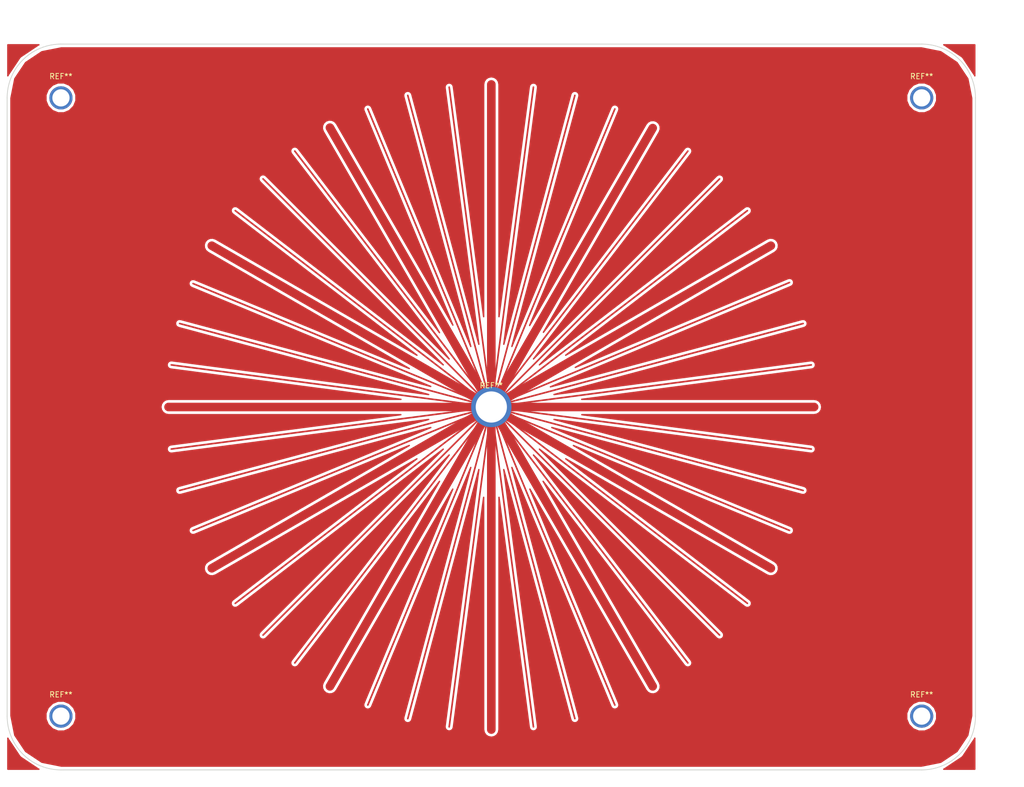
<source format=kicad_pcb>
(kicad_pcb (version 4) (host pcbnew 4.0.7)

  (general
    (links 0)
    (no_connects 0)
    (area 16.65995 13.08 210.154286 159.453884)
    (thickness 1.6)
    (drawings 22)
    (tracks 48)
    (zones 0)
    (modules 5)
    (nets 1)
  )

  (page A4)
  (layers
    (0 F.Cu signal)
    (31 B.Cu signal)
    (32 B.Adhes user hide)
    (33 F.Adhes user hide)
    (34 B.Paste user hide)
    (35 F.Paste user hide)
    (36 B.SilkS user hide)
    (37 F.SilkS user hide)
    (38 B.Mask user)
    (39 F.Mask user)
    (40 Dwgs.User user hide)
    (41 Cmts.User user)
    (42 Eco1.User user hide)
    (43 Eco2.User user hide)
    (44 Edge.Cuts user)
    (45 Margin user hide)
    (46 B.CrtYd user hide)
    (47 F.CrtYd user hide)
    (48 B.Fab user hide)
    (49 F.Fab user hide)
  )

  (setup
    (last_trace_width 0.8)
    (trace_clearance 0.2)
    (zone_clearance 0.5)
    (zone_45_only no)
    (trace_min 0.2)
    (segment_width 0.2)
    (edge_width 0.15)
    (via_size 0.6)
    (via_drill 0.4)
    (via_min_size 0.4)
    (via_min_drill 0.3)
    (uvia_size 0.3)
    (uvia_drill 0.1)
    (uvias_allowed no)
    (uvia_min_size 0.2)
    (uvia_min_drill 0.1)
    (pcb_text_width 0.3)
    (pcb_text_size 1.5 1.5)
    (mod_edge_width 0.15)
    (mod_text_size 1 1)
    (mod_text_width 0.15)
    (pad_size 7.5 7.5)
    (pad_drill 5.8)
    (pad_to_mask_clearance 0.2)
    (aux_axis_origin 11.94754 12.28044)
    (grid_origin 11.94754 12.28044)
    (visible_elements FFFFFF7F)
    (pcbplotparams
      (layerselection 0x01030_80000001)
      (usegerberextensions false)
      (excludeedgelayer true)
      (linewidth 0.100000)
      (plotframeref false)
      (viasonmask false)
      (mode 1)
      (useauxorigin false)
      (hpglpennumber 1)
      (hpglpenspeed 20)
      (hpglpendiameter 15)
      (hpglpenoverlay 2)
      (psnegative false)
      (psa4output false)
      (plotreference true)
      (plotvalue true)
      (plotinvisibletext false)
      (padsonsilk false)
      (subtractmaskfromsilk false)
      (outputformat 1)
      (mirror false)
      (drillshape 0)
      (scaleselection 1)
      (outputdirectory ""))
  )

  (net 0 "")

  (net_class Default "This is the default net class."
    (clearance 0.2)
    (trace_width 0.8)
    (via_dia 0.6)
    (via_drill 0.4)
    (uvia_dia 0.3)
    (uvia_drill 0.1)
  )

  (module Mounting_Holes:MountingHole_3mm (layer F.Cu) (tedit 5C7187B3) (tstamp 5C79AE58)
    (at 107.94 86.78)
    (descr "Mounting Hole 3mm, no annular")
    (tags "mounting hole 3mm no annular")
    (fp_text reference REF** (at 0 -4) (layer F.SilkS)
      (effects (font (size 1 1) (thickness 0.15)))
    )
    (fp_text value MountingHole_3mm (at 0 4) (layer F.Fab)
      (effects (font (size 1 1) (thickness 0.15)))
    )
    (fp_circle (center 0 0) (end 3 0) (layer Cmts.User) (width 0.15))
    (fp_circle (center 0 0) (end 3.25 0) (layer F.CrtYd) (width 0.05))
    (pad 1 thru_hole circle (at 0 0) (size 7.5 7.5) (drill 5.8) (layers *.Cu *.Mask))
  )

  (module Mounting_Holes:MountingHole_3mm (layer F.Cu) (tedit 5C718693) (tstamp 5C79A857)
    (at 27.94 29.28)
    (descr "Mounting Hole 3mm, no annular")
    (tags "mounting hole 3mm no annular")
    (fp_text reference REF** (at 0 -4) (layer F.SilkS)
      (effects (font (size 1 1) (thickness 0.15)))
    )
    (fp_text value MountingHole_3mm (at 0 4) (layer F.Fab)
      (effects (font (size 1 1) (thickness 0.15)))
    )
    (fp_circle (center 0 0) (end 3 0) (layer Cmts.User) (width 0.15))
    (fp_circle (center 0 0) (end 3.25 0) (layer F.CrtYd) (width 0.05))
    (pad 1 thru_hole circle (at 0 0) (size 4.3 4.3) (drill 3.2) (layers *.Cu *.Mask))
  )

  (module Mounting_Holes:MountingHole_3mm (layer F.Cu) (tedit 5C718705) (tstamp 5C79A85D)
    (at 27.94 144.28)
    (descr "Mounting Hole 3mm, no annular")
    (tags "mounting hole 3mm no annular")
    (fp_text reference REF** (at 0 -4) (layer F.SilkS)
      (effects (font (size 1 1) (thickness 0.15)))
    )
    (fp_text value MountingHole_3mm (at 0 4) (layer F.Fab)
      (effects (font (size 1 1) (thickness 0.15)))
    )
    (fp_circle (center 0 0) (end 3 0) (layer Cmts.User) (width 0.15))
    (fp_circle (center 0 0) (end 3.25 0) (layer F.CrtYd) (width 0.05))
    (pad 1 thru_hole circle (at 0 0) (size 4.3 4.3) (drill 3.2) (layers *.Cu *.Mask))
  )

  (module Mounting_Holes:MountingHole_3mm (layer F.Cu) (tedit 5C71823E) (tstamp 5C79A850)
    (at 187.94 144.28)
    (descr "Mounting Hole 3mm, no annular")
    (tags "mounting hole 3mm no annular")
    (fp_text reference REF** (at 0 -4) (layer F.SilkS)
      (effects (font (size 1 1) (thickness 0.15)))
    )
    (fp_text value MountingHole_3mm (at 0 4) (layer F.Fab)
      (effects (font (size 1 1) (thickness 0.15)))
    )
    (fp_circle (center 0 0) (end 3 0) (layer Cmts.User) (width 0.15))
    (fp_circle (center 0 0) (end 3.25 0) (layer F.CrtYd) (width 0.05))
    (pad 1 thru_hole circle (at 0 0) (size 4.3 4.3) (drill 3.2) (layers *.Cu *.Mask))
  )

  (module Mounting_Holes:MountingHole_3mm (layer F.Cu) (tedit 5C71823E) (tstamp 5C79A83B)
    (at 187.94 29.28)
    (descr "Mounting Hole 3mm, no annular")
    (tags "mounting hole 3mm no annular")
    (fp_text reference REF** (at 0 -4) (layer F.SilkS)
      (effects (font (size 1 1) (thickness 0.15)))
    )
    (fp_text value MountingHole_3mm (at 0 4) (layer F.Fab)
      (effects (font (size 1 1) (thickness 0.15)))
    )
    (fp_circle (center 0 0) (end 3 0) (layer Cmts.User) (width 0.15))
    (fp_circle (center 0 0) (end 3.25 0) (layer F.CrtYd) (width 0.05))
    (pad 1 thru_hole circle (at 0 0) (size 4.3 4.3) (drill 3.2) (layers *.Cu *.Mask))
  )

  (dimension 9 (width 0.3) (layer Cmts.User)
    (gr_text "9.000 mm" (at 22.445663 158.103883) (layer Cmts.User) (tstamp 5C79AC67)
      (effects (font (size 1.5 1.5) (thickness 0.3)))
    )
    (feature1 (pts (xy 26.945663 154.353883) (xy 26.945663 159.453883)))
    (feature2 (pts (xy 17.945663 154.353883) (xy 17.945663 159.453883)))
    (crossbar (pts (xy 17.945663 156.753883) (xy 26.945663 156.753883)))
    (arrow1a (pts (xy 26.945663 156.753883) (xy 25.819159 157.340304)))
    (arrow1b (pts (xy 26.945663 156.753883) (xy 25.819159 156.167462)))
    (arrow2a (pts (xy 17.945663 156.753883) (xy 19.072167 157.340304)))
    (arrow2b (pts (xy 17.945663 156.753883) (xy 19.072167 156.167462)))
  )
  (gr_arc (start 107.94 86.78) (end 107.94 36.78) (angle 60) (layer Cmts.User) (width 0.2))
  (gr_arc (start 107.94 86.78) (end 107.94 31.78) (angle 30) (layer Cmts.User) (width 0.2))
  (gr_circle (center 107.94 86.78) (end 167.94 86.78) (layer Cmts.User) (width 0.2))
  (dimension 67.5 (width 0.3) (layer Cmts.User)
    (gr_text "67.500 mm" (at 200.44 53.03 270) (layer Cmts.User) (tstamp 5C79AC33)
      (effects (font (size 1.5 1.5) (thickness 0.3)))
    )
    (feature1 (pts (xy 200.44 86.78) (xy 200.44 86.78)))
    (feature2 (pts (xy 200.44 19.28) (xy 200.44 19.28)))
    (crossbar (pts (xy 200.44 19.28) (xy 200.44 86.78)))
    (arrow1a (pts (xy 200.44 86.78) (xy 199.853579 85.653496)))
    (arrow1b (pts (xy 200.44 86.78) (xy 201.026421 85.653496)))
    (arrow2a (pts (xy 200.44 19.28) (xy 199.853579 20.406504)))
    (arrow2b (pts (xy 200.44 19.28) (xy 201.026421 20.406504)))
  )
  (gr_line (start 107.94 86.78) (end 197.94 86.78) (layer Cmts.User) (width 0.2))
  (gr_line (start 107.94 19.28) (end 107.94 86.78) (layer Cmts.User) (width 0.2))
  (dimension 90 (width 0.3) (layer Cmts.User)
    (gr_text "90.000 mm" (at 62.94 16.78) (layer Cmts.User) (tstamp 5C79AC2D)
      (effects (font (size 1.5 1.5) (thickness 0.3)))
    )
    (feature1 (pts (xy 107.94 16.78) (xy 107.94 16.78)))
    (feature2 (pts (xy 17.94 16.78) (xy 17.94 16.78)))
    (crossbar (pts (xy 17.94 16.78) (xy 107.94 16.78)))
    (arrow1a (pts (xy 107.94 16.78) (xy 106.813496 17.366421)))
    (arrow1b (pts (xy 107.94 16.78) (xy 106.813496 16.193579)))
    (arrow2a (pts (xy 17.94 16.78) (xy 19.066504 17.366421)))
    (arrow2b (pts (xy 17.94 16.78) (xy 19.066504 16.193579)))
  )
  (gr_arc (start 27.94 144.28) (end 27.94 154.28) (angle 90) (layer Edge.Cuts) (width 0.15))
  (gr_arc (start 187.94 144.28) (end 197.94 144.28) (angle 90) (layer Edge.Cuts) (width 0.15))
  (gr_arc (start 187.94 29.28) (end 187.94 19.28) (angle 90) (layer Edge.Cuts) (width 0.15))
  (gr_arc (start 27.94 29.28) (end 17.94 29.28) (angle 90) (layer Edge.Cuts) (width 0.15))
  (gr_line (start 17.94 29.28) (end 17.94 144.28) (layer Edge.Cuts) (width 0.15))
  (gr_line (start 187.94 154.28) (end 27.94 154.28) (layer Edge.Cuts) (width 0.15))
  (gr_line (start 197.94 29.28) (end 197.94 144.28) (layer Edge.Cuts) (width 0.15))
  (gr_line (start 27.94 19.28) (end 187.94 19.28) (layer Edge.Cuts) (width 0.15))
  (gr_line (start 17.94 154.28) (end 17.94 19.28) (layer Cmts.User) (width 0.2))
  (gr_line (start 197.94 154.28) (end 17.94 154.28) (layer Cmts.User) (width 0.2))
  (gr_line (start 197.94 19.28) (end 197.94 154.28) (layer Cmts.User) (width 0.2))
  (dimension 135 (width 0.3) (layer Cmts.User)
    (gr_text "135.000 mm" (at 202.94 86.78 270) (layer Cmts.User) (tstamp 5C79AC2F)
      (effects (font (size 1.5 1.5) (thickness 0.3)))
    )
    (feature1 (pts (xy 202.94 154.28) (xy 202.94 154.28)))
    (feature2 (pts (xy 202.94 19.28) (xy 202.94 19.28)))
    (crossbar (pts (xy 202.94 19.28) (xy 202.94 154.28)))
    (arrow1a (pts (xy 202.94 154.28) (xy 202.353579 153.153496)))
    (arrow1b (pts (xy 202.94 154.28) (xy 203.526421 153.153496)))
    (arrow2a (pts (xy 202.94 19.28) (xy 202.353579 20.406504)))
    (arrow2b (pts (xy 202.94 19.28) (xy 203.526421 20.406504)))
  )
  (dimension 180 (width 0.3) (layer Cmts.User)
    (gr_text "180.000 mm" (at 107.94 14.28) (layer Cmts.User) (tstamp 5C79AC3B)
      (effects (font (size 1.5 1.5) (thickness 0.3)))
    )
    (feature1 (pts (xy 197.94 14.28) (xy 197.94 14.28)))
    (feature2 (pts (xy 17.94 14.28) (xy 17.94 14.28)))
    (crossbar (pts (xy 17.94 14.28) (xy 197.94 14.28)))
    (arrow1a (pts (xy 197.94 14.28) (xy 196.813496 14.866421)))
    (arrow1b (pts (xy 197.94 14.28) (xy 196.813496 13.693579)))
    (arrow2a (pts (xy 17.94 14.28) (xy 19.066504 14.866421)))
    (arrow2b (pts (xy 17.94 14.28) (xy 19.066504 13.693579)))
  )
  (gr_line (start 17.94 19.28) (end 197.94 19.28) (layer Cmts.User) (width 0.2))

  (segment (start 107.94 86.78) (end 100.11 27.29) (width 0.3) (layer F.Cu) (net 0) (tstamp 5C79AF15))
  (segment (start 107.94 86.78) (end 100.11 146.27) (width 0.3) (layer F.Cu) (net 0) (tstamp 5C79AF13))
  (segment (start 107.94 86.78) (end 115.77 146.27) (width 0.3) (layer F.Cu) (net 0) (tstamp 5C79AF11))
  (segment (start 107.94 86.77044) (end 92.41 28.82) (width 0.3) (layer F.Cu) (net 0) (tstamp 5C79AF0C))
  (segment (start 107.94 86.77044) (end 92.41 144.74) (width 0.3) (layer F.Cu) (net 0) (tstamp 5C79AF0A))
  (segment (start 107.94 86.77044) (end 123.47 144.74) (width 0.3) (layer F.Cu) (net 0) (tstamp 5C79AF08))
  (segment (start 107.94 86.77044) (end 84.98 31.35) (width 0.3) (layer F.Cu) (net 0) (tstamp 5C79AF04))
  (segment (start 107.94 86.77044) (end 84.98 142.21) (width 0.3) (layer F.Cu) (net 0) (tstamp 5C79AF02))
  (segment (start 107.94 86.77044) (end 130.9 142.21) (width 0.3) (layer F.Cu) (net 0) (tstamp 5C79AF00))
  (segment (start 107.94 86.78) (end 65.51 44.35) (width 0.3) (layer F.Cu) (net 0) (tstamp 5C79AEFC))
  (segment (start 107.94 86.78) (end 65.51 129.2) (width 0.3) (layer F.Cu) (net 0) (tstamp 5C79AEFA))
  (segment (start 107.94 86.78) (end 150.37 129.2) (width 0.3) (layer F.Cu) (net 0) (tstamp 5C79AEF8))
  (segment (start 107.94 86.78) (end 71.41 39.18) (width 0.3) (layer F.Cu) (net 0) (tstamp 5C79AEF3))
  (segment (start 107.94 86.78) (end 71.41 134.38) (width 0.3) (layer F.Cu) (net 0) (tstamp 5C79AEEE))
  (segment (start 107.94 86.78) (end 144.47 134.38) (width 0.3) (layer F.Cu) (net 0) (tstamp 5C79AEEC))
  (segment (start 107.94 86.78) (end 60.34 50.25) (width 0.3) (layer F.Cu) (net 0) (tstamp 5C79AEE5))
  (segment (start 107.94 86.78) (end 60.34 123.3) (width 0.3) (layer F.Cu) (net 0) (tstamp 5C79AEDD))
  (segment (start 107.94 86.78) (end 155.54 123.3) (width 0.3) (layer F.Cu) (net 0) (tstamp 5C79AEDB))
  (segment (start 107.94 86.78) (end 52.5 63.82) (width 0.3) (layer F.Cu) (net 0) (tstamp 5C79AED7))
  (segment (start 107.94 86.78) (end 52.5 109.74) (width 0.3) (layer F.Cu) (net 0) (tstamp 5C79AED5))
  (segment (start 107.94 86.78) (end 163.37 109.74) (width 0.3) (layer F.Cu) (net 0) (tstamp 5C79AED3))
  (segment (start 107.94 86.78) (end 50 71.25) (width 0.3) (layer F.Cu) (net 0) (tstamp 5C79AECA))
  (segment (start 107.94 86.78) (end 50 102.3) (width 0.3) (layer F.Cu) (net 0) (tstamp 5C79AEC8))
  (segment (start 107.94 86.78) (end 165.9 102.3) (width 0.3) (layer F.Cu) (net 0) (tstamp 5C79AEC4))
  (segment (start 107.94 86.78) (end 48.45 78.95) (width 0.3) (layer F.Cu) (net 0) (tstamp 5C79AEBB))
  (segment (start 107.94 86.78) (end 48.45 94.6) (width 0.3) (layer F.Cu) (net 0) (tstamp 5C79AEB9))
  (segment (start 107.94 86.78) (end 167.42 94.6) (width 0.3) (layer F.Cu) (net 0) (tstamp 5C79AEB5))
  (segment (start 107.94 86.78) (end 167.42 78.95) (width 0.3) (layer F.Cu) (net 0) (tstamp 5C79AEB3))
  (segment (start 107.94 86.78) (end 165.9 71.25) (width 0.3) (layer F.Cu) (net 0) (tstamp 5C79AEB1))
  (segment (start 107.94 86.78) (end 163.37 63.62) (width 0.3) (layer F.Cu) (net 0) (tstamp 5C79AEAA))
  (segment (start 107.94 86.78) (end 155.54 50.25) (width 0.3) (layer F.Cu) (net 0) (tstamp 5C79AEA8))
  (segment (start 107.94 86.78) (end 150.37 44.35) (width 0.3) (layer F.Cu) (net 0) (tstamp 5C79AEA6))
  (segment (start 107.94 86.78) (end 144.47 39.18) (width 0.3) (layer F.Cu) (net 0) (tstamp 5C79AEA4))
  (segment (start 107.94 86.77044) (end 130.9 31.35) (width 0.3) (layer F.Cu) (net 0) (tstamp 5C79AEA0))
  (segment (start 107.94 86.77044) (end 123.47 28.82) (width 0.3) (layer F.Cu) (net 0) (tstamp 5C79AE9E))
  (segment (start 107.94 86.78) (end 115.77 27.29) (width 0.3) (layer F.Cu) (net 0) (tstamp 5C79AE9C))
  (segment (start 107.94 86.78) (end 77.94 34.82) (width 1.6) (layer F.Cu) (net 0) (tstamp 5C79AE98))
  (segment (start 107.94 86.78) (end 55.98 56.78) (width 1.6) (layer F.Cu) (net 0) (tstamp 5C79AE94))
  (segment (start 107.94 86.78) (end 55.98 116.78) (width 1.6) (layer F.Cu) (net 0) (tstamp 5C79AE92))
  (segment (start 107.94 86.78) (end 77.94 138.74) (width 1.6) (layer F.Cu) (net 0) (tstamp 5C79AE90))
  (segment (start 107.94 86.78) (end 137.94 138.74) (width 1.6) (layer F.Cu) (net 0) (tstamp 5C79AE8E))
  (segment (start 107.94 86.78) (end 159.9 116.78) (width 1.6) (layer F.Cu) (net 0) (tstamp 5C79AE8C))
  (segment (start 107.94 86.78) (end 159.9 56.78) (width 1.6) (layer F.Cu) (net 0) (tstamp 5C79AE86))
  (segment (start 107.94 86.78) (end 137.94 34.9) (width 1.6) (layer F.Cu) (net 0))
  (segment (start 107.94 86.78) (end 107.94 146.78) (width 1.6) (layer F.Cu) (net 0))
  (segment (start 107.94 86.78) (end 107.94 26.78) (width 1.6) (layer F.Cu) (net 0))
  (segment (start 107.94 86.78) (end 47.94 86.78) (width 1.6) (layer F.Cu) (net 0))
  (segment (start 107.94 86.78) (end 167.94 86.78) (width 1.6) (layer F.Cu) (net 0))

  (zone (net 0) (net_name "") (layer F.Cu) (tstamp 0) (hatch edge 0.508)
    (connect_pads (clearance 0.5))
    (min_thickness 0.254)
    (fill yes (arc_segments 16) (thermal_gap 0.508) (thermal_bridge_width 0.508))
    (polygon
      (pts
        (xy 17.94 19.28) (xy 197.94 19.28) (xy 197.94 154.28) (xy 17.94 154.28)
      )
    )
    (filled_polygon
      (pts
        (xy 197.813 154.153) (xy 192.034894 154.153) (xy 192.156844 154.102487) (xy 195.401079 151.93476) (xy 195.59476 151.741078)
        (xy 197.762487 148.496844) (xy 197.813 148.374894)
      )
    )
    (filled_polygon
      (pts
        (xy 18.117513 148.496844) (xy 20.28524 151.741079) (xy 20.478922 151.93476) (xy 23.723156 154.102487) (xy 23.845106 154.153)
        (xy 18.067 154.153) (xy 18.067 148.374894)
      )
    )
    (filled_polygon
      (pts
        (xy 191.492927 20.702474) (xy 194.504954 22.715046) (xy 196.517526 25.727075) (xy 197.238 29.349139) (xy 197.238 144.210861)
        (xy 196.517526 147.832925) (xy 194.504954 150.844954) (xy 191.492927 152.857526) (xy 187.870861 153.578) (xy 28.009139 153.578)
        (xy 24.387075 152.857526) (xy 21.375046 150.844954) (xy 19.362474 147.832927) (xy 18.642 144.210861) (xy 18.642 143.741272)
        (xy 25.152012 143.741272) (xy 25.158072 144.849197) (xy 25.570397 145.844637) (xy 25.590443 145.857042) (xy 26.364902 146.632854)
        (xy 26.365032 146.632908) (xy 26.375363 146.649603) (xy 27.401272 147.067988) (xy 28.509197 147.061928) (xy 29.504637 146.649603)
        (xy 29.517042 146.629557) (xy 30.292854 145.855098) (xy 30.292908 145.854968) (xy 30.309603 145.844637) (xy 30.727988 144.818728)
        (xy 30.721928 143.710803) (xy 30.309603 142.715363) (xy 30.289557 142.702958) (xy 29.515098 141.927146) (xy 29.514968 141.927092)
        (xy 29.504637 141.910397) (xy 28.478728 141.492012) (xy 27.370803 141.498072) (xy 26.375363 141.910397) (xy 26.362958 141.930443)
        (xy 25.587146 142.704902) (xy 25.587092 142.705032) (xy 25.570397 142.715363) (xy 25.152012 143.741272) (xy 18.642 143.741272)
        (xy 18.642 86.78) (xy 46.513 86.78) (xy 46.621624 87.326089) (xy 46.930959 87.789041) (xy 47.393911 88.098376)
        (xy 47.94 88.207) (xy 91.122402 88.207) (xy 48.348734 93.829627) (xy 48.061634 93.927022) (xy 47.833658 94.12687)
        (xy 47.699516 94.398749) (xy 47.679627 94.701266) (xy 47.777022 94.988366) (xy 47.97687 95.216342) (xy 48.248749 95.350484)
        (xy 48.551266 95.370373) (xy 96.298291 89.093995) (xy 49.798958 101.54946) (xy 49.527042 101.683527) (xy 49.327129 101.911446)
        (xy 49.229656 102.198519) (xy 49.24946 102.501042) (xy 49.383527 102.772958) (xy 49.611446 102.972871) (xy 49.898519 103.070344)
        (xy 50.201042 103.05054) (xy 96.69163 90.597418) (xy 52.202699 109.022127) (xy 51.950612 109.190545) (xy 51.782164 109.442611)
        (xy 51.723 109.739952) (xy 51.782127 110.037301) (xy 51.950545 110.289388) (xy 52.202611 110.457836) (xy 52.499952 110.517)
        (xy 52.797301 110.457873) (xy 92.692609 93.935574) (xy 55.266484 115.544191) (xy 54.847874 115.911312) (xy 54.60162 116.410683)
        (xy 54.565211 116.966279) (xy 54.744191 117.493516) (xy 55.111312 117.912126) (xy 55.610683 118.15838) (xy 56.166279 118.194789)
        (xy 56.693516 118.015809) (xy 94.10289 96.416864) (xy 59.867031 122.683535) (xy 59.667123 122.911458) (xy 59.569654 123.198533)
        (xy 59.589463 123.501055) (xy 59.723535 123.772969) (xy 59.951458 123.972877) (xy 60.238533 124.070346) (xy 60.541055 124.050537)
        (xy 60.812969 123.916465) (xy 99.003572 94.615608) (xy 64.960643 128.650513) (xy 64.792181 128.902571) (xy 64.733 129.199908)
        (xy 64.792111 129.49726) (xy 64.960513 129.749357) (xy 65.212571 129.917819) (xy 65.509908 129.977) (xy 65.80726 129.917889)
        (xy 66.059357 129.749487) (xy 100.108932 95.707937) (xy 70.793597 133.90695) (xy 70.65949 134.178846) (xy 70.63964 134.481366)
        (xy 70.737072 134.768453) (xy 70.93695 134.996403) (xy 71.208846 135.13051) (xy 71.511366 135.15036) (xy 71.798453 135.052928)
        (xy 72.026403 134.85305) (xy 98.311665 100.602339) (xy 76.704191 138.026484) (xy 76.525211 138.553721) (xy 76.56162 139.109317)
        (xy 76.807874 139.608688) (xy 77.226484 139.975809) (xy 77.753721 140.154789) (xy 78.309317 140.11838) (xy 78.808688 139.872126)
        (xy 79.175809 139.453516) (xy 100.770241 102.051959) (xy 84.262128 141.912697) (xy 84.203 142.210046) (xy 84.262163 142.507387)
        (xy 84.430611 142.759454) (xy 84.682697 142.927872) (xy 84.980046 142.987) (xy 85.277387 142.927837) (xy 85.529454 142.759389)
        (xy 85.697872 142.507303) (xy 104.121484 98.021373) (xy 91.659466 144.538933) (xy 91.639652 144.841455) (xy 91.737116 145.128531)
        (xy 91.937021 145.356457) (xy 92.208933 145.490534) (xy 92.511455 145.510348) (xy 92.798531 145.412884) (xy 93.026457 145.212979)
        (xy 93.160534 144.941067) (xy 105.624995 98.414388) (xy 99.339644 146.168607) (xy 99.359483 146.471127) (xy 99.49358 146.743028)
        (xy 99.721522 146.942914) (xy 100.008607 147.040356) (xy 100.311127 147.020517) (xy 100.583028 146.88642) (xy 100.782914 146.658478)
        (xy 100.880356 146.371393) (xy 106.513 103.576247) (xy 106.513 146.78) (xy 106.621624 147.326089) (xy 106.930959 147.789041)
        (xy 107.393911 148.098376) (xy 107.94 148.207) (xy 108.486089 148.098376) (xy 108.949041 147.789041) (xy 109.258376 147.326089)
        (xy 109.367 146.78) (xy 109.367 103.576247) (xy 114.999644 146.371393) (xy 115.097086 146.658478) (xy 115.296972 146.88642)
        (xy 115.568873 147.020517) (xy 115.871393 147.040356) (xy 116.158478 146.942914) (xy 116.38642 146.743028) (xy 116.520517 146.471127)
        (xy 116.540356 146.168607) (xy 110.255005 98.414388) (xy 122.719466 144.941067) (xy 122.853543 145.212979) (xy 123.081469 145.412884)
        (xy 123.368545 145.510348) (xy 123.671067 145.490534) (xy 123.942979 145.356457) (xy 124.142884 145.128531) (xy 124.240348 144.841455)
        (xy 124.220534 144.538933) (xy 124.006842 143.741272) (xy 185.152012 143.741272) (xy 185.158072 144.849197) (xy 185.570397 145.844637)
        (xy 185.590443 145.857042) (xy 186.364902 146.632854) (xy 186.365032 146.632908) (xy 186.375363 146.649603) (xy 187.401272 147.067988)
        (xy 188.509197 147.061928) (xy 189.504637 146.649603) (xy 189.517042 146.629557) (xy 190.292854 145.855098) (xy 190.292908 145.854968)
        (xy 190.309603 145.844637) (xy 190.727988 144.818728) (xy 190.721928 143.710803) (xy 190.309603 142.715363) (xy 190.289557 142.702958)
        (xy 189.515098 141.927146) (xy 189.514968 141.927092) (xy 189.504637 141.910397) (xy 188.478728 141.492012) (xy 187.370803 141.498072)
        (xy 186.375363 141.910397) (xy 186.362958 141.930443) (xy 185.587146 142.704902) (xy 185.587092 142.705032) (xy 185.570397 142.715363)
        (xy 185.152012 143.741272) (xy 124.006842 143.741272) (xy 111.758516 98.021373) (xy 130.182128 142.507302) (xy 130.350546 142.759389)
        (xy 130.602613 142.927837) (xy 130.899954 142.986999) (xy 131.197303 142.927871) (xy 131.449389 142.759453) (xy 131.617837 142.507387)
        (xy 131.676999 142.210045) (xy 131.617872 141.912697) (xy 115.109759 102.051959) (xy 136.704191 139.453516) (xy 137.071312 139.872126)
        (xy 137.570683 140.11838) (xy 138.126279 140.154789) (xy 138.653516 139.975809) (xy 139.072126 139.608688) (xy 139.31838 139.109317)
        (xy 139.354789 138.553721) (xy 139.175809 138.026484) (xy 117.568335 100.602339) (xy 143.853597 134.85305) (xy 144.081547 135.052928)
        (xy 144.368634 135.15036) (xy 144.671154 135.13051) (xy 144.94305 134.996403) (xy 145.142928 134.768453) (xy 145.24036 134.481365)
        (xy 145.22051 134.178846) (xy 145.086403 133.90695) (xy 115.771068 95.707937) (xy 149.820643 129.749487) (xy 150.07274 129.917889)
        (xy 150.370092 129.977) (xy 150.66743 129.917819) (xy 150.919487 129.749357) (xy 151.087889 129.49726) (xy 151.147 129.199909)
        (xy 151.087819 128.902571) (xy 150.919357 128.650513) (xy 116.876429 94.615608) (xy 155.067032 123.916466) (xy 155.338946 124.050537)
        (xy 155.641468 124.070347) (xy 155.928542 123.972877) (xy 156.156466 123.772969) (xy 156.290537 123.501055) (xy 156.310347 123.198533)
        (xy 156.212877 122.911458) (xy 156.012969 122.683535) (xy 121.77711 96.416863) (xy 159.186484 118.015809) (xy 159.713721 118.194789)
        (xy 160.269317 118.15838) (xy 160.768688 117.912126) (xy 161.135809 117.493516) (xy 161.314789 116.966279) (xy 161.27838 116.410683)
        (xy 161.032126 115.911312) (xy 160.613516 115.544191) (xy 123.19451 93.939684) (xy 163.072653 110.457854) (xy 163.369998 110.517)
        (xy 163.667343 110.457855) (xy 163.91942 110.289423) (xy 164.087854 110.037347) (xy 164.147 109.740002) (xy 164.087855 109.442656)
        (xy 163.919423 109.19058) (xy 163.667347 109.022146) (xy 119.175557 90.592929) (xy 165.699022 103.050558) (xy 166.001547 103.070335)
        (xy 166.288612 102.972837) (xy 166.516514 102.772905) (xy 166.650558 102.500977) (xy 166.670335 102.198453) (xy 166.572837 101.911388)
        (xy 166.372905 101.683486) (xy 166.100977 101.549442) (xy 119.591379 89.095526) (xy 167.318717 95.370371) (xy 167.621235 95.350488)
        (xy 167.893116 95.216352) (xy 168.09297 94.988381) (xy 168.19037 94.701283) (xy 168.170488 94.398765) (xy 168.036352 94.126883)
        (xy 167.808381 93.92703) (xy 167.521283 93.829629) (xy 124.75479 88.207) (xy 167.94 88.207) (xy 168.486089 88.098376)
        (xy 168.949041 87.789041) (xy 169.258376 87.326089) (xy 169.367 86.78) (xy 169.258376 86.233911) (xy 168.949041 85.770959)
        (xy 168.486089 85.461624) (xy 167.94 85.353) (xy 124.733443 85.353) (xy 167.52141 79.720354) (xy 167.808492 79.622906)
        (xy 168.03643 79.423015) (xy 168.170521 79.151111) (xy 168.190353 78.84859) (xy 168.092905 78.561508) (xy 167.893014 78.33357)
        (xy 167.621111 78.199478) (xy 167.31859 78.179646) (xy 119.591374 84.462499) (xy 166.101099 72.000525) (xy 166.373005 71.866438)
        (xy 166.5729 71.638504) (xy 166.670352 71.351423) (xy 166.650526 71.048902) (xy 166.516438 70.776996) (xy 166.288504 70.5771)
        (xy 166.001423 70.479648) (xy 165.698902 70.499474) (xy 118.925422 83.032121) (xy 163.669553 64.336936) (xy 163.92111 64.167728)
        (xy 164.088766 63.915134) (xy 164.146996 63.617609) (xy 164.086935 63.320447) (xy 163.917728 63.06889) (xy 163.665134 62.901234)
        (xy 163.367608 62.843004) (xy 163.070447 62.903064) (xy 123.546247 79.417235) (xy 160.613516 58.015809) (xy 161.032126 57.648688)
        (xy 161.27838 57.149317) (xy 161.314789 56.593721) (xy 161.135809 56.066484) (xy 160.768688 55.647874) (xy 160.269317 55.40162)
        (xy 159.713721 55.365211) (xy 159.186484 55.544191) (xy 121.762339 77.151665) (xy 156.01305 50.866403) (xy 156.212928 50.638453)
        (xy 156.31036 50.351366) (xy 156.29051 50.048846) (xy 156.156403 49.77695) (xy 155.928453 49.577072) (xy 155.641365 49.47964)
        (xy 155.338846 49.49949) (xy 155.06695 49.633597) (xy 116.876429 78.942415) (xy 150.919422 44.899422) (xy 151.087854 44.647345)
        (xy 151.147 44.35) (xy 151.087854 44.052656) (xy 150.919422 43.800578) (xy 150.667344 43.632146) (xy 150.37 43.573)
        (xy 150.072655 43.632146) (xy 149.820578 43.800578) (xy 115.777585 77.843571) (xy 145.086403 39.65305) (xy 145.22051 39.381154)
        (xy 145.24036 39.078635) (xy 145.142928 38.791547) (xy 144.94305 38.563597) (xy 144.671154 38.42949) (xy 144.368634 38.40964)
        (xy 144.081547 38.507072) (xy 143.853597 38.70695) (xy 117.620836 72.88925) (xy 139.175333 35.61434) (xy 139.354665 35.087223)
        (xy 139.318627 34.531603) (xy 139.072706 34.032067) (xy 138.65434 33.664667) (xy 138.127223 33.485335) (xy 137.571603 33.521373)
        (xy 137.072068 33.767294) (xy 136.704667 34.185659) (xy 115.056927 71.621819) (xy 131.617836 31.64739) (xy 131.677 31.350049)
        (xy 131.617873 31.0527) (xy 131.449457 30.800613) (xy 131.19739 30.632164) (xy 130.900049 30.573) (xy 130.6027 30.632127)
        (xy 130.350613 30.800543) (xy 130.182164 31.05261) (xy 111.758515 75.523287) (xy 124.220517 29.02113) (xy 124.238869 28.741272)
        (xy 185.152012 28.741272) (xy 185.158072 29.849197) (xy 185.570397 30.844637) (xy 185.590443 30.857042) (xy 186.364902 31.632854)
        (xy 186.365032 31.632908) (xy 186.375363 31.649603) (xy 187.401272 32.067988) (xy 188.509197 32.061928) (xy 189.504637 31.649603)
        (xy 189.517042 31.629557) (xy 190.292854 30.855098) (xy 190.292908 30.854968) (xy 190.309603 30.844637) (xy 190.727988 29.818728)
        (xy 190.721928 28.710803) (xy 190.309603 27.715363) (xy 190.289557 27.702958) (xy 189.515098 26.927146) (xy 189.514968 26.927092)
        (xy 189.504637 26.910397) (xy 188.478728 26.492012) (xy 187.370803 26.498072) (xy 186.375363 26.910397) (xy 186.362958 26.930443)
        (xy 185.587146 27.704902) (xy 185.587092 27.705032) (xy 185.570397 27.715363) (xy 185.152012 28.741272) (xy 124.238869 28.741272)
        (xy 124.240356 28.718609) (xy 124.142916 28.431525) (xy 123.943029 28.203582) (xy 123.671129 28.069483) (xy 123.368609 28.049645)
        (xy 123.081524 28.147085) (xy 122.853582 28.346971) (xy 122.719483 28.618871) (xy 110.258974 75.115458) (xy 116.540356 27.391393)
        (xy 116.520517 27.088873) (xy 116.38642 26.816972) (xy 116.158478 26.617086) (xy 115.871393 26.519644) (xy 115.568873 26.539483)
        (xy 115.296972 26.67358) (xy 115.097086 26.901522) (xy 114.999644 27.188607) (xy 109.367 69.983753) (xy 109.367 26.78)
        (xy 109.258376 26.233911) (xy 108.949041 25.770959) (xy 108.486089 25.461624) (xy 107.94 25.353) (xy 107.393911 25.461624)
        (xy 106.930959 25.770959) (xy 106.621624 26.233911) (xy 106.513 26.78) (xy 106.513 69.983753) (xy 100.880356 27.188607)
        (xy 100.782914 26.901522) (xy 100.583028 26.67358) (xy 100.311127 26.539483) (xy 100.008607 26.519644) (xy 99.721522 26.617086)
        (xy 99.49358 26.816972) (xy 99.359483 27.088873) (xy 99.339644 27.391393) (xy 105.621026 75.115456) (xy 93.160517 28.618871)
        (xy 93.026418 28.34697) (xy 92.798476 28.147084) (xy 92.511391 28.049644) (xy 92.208871 28.069483) (xy 91.93697 28.203582)
        (xy 91.737084 28.431524) (xy 91.639644 28.718609) (xy 91.659483 29.021129) (xy 104.121485 75.523287) (xy 85.697836 31.05261)
        (xy 85.529387 30.800543) (xy 85.2773 30.632127) (xy 84.979951 30.573) (xy 84.68261 30.632164) (xy 84.430543 30.800613)
        (xy 84.262127 31.0527) (xy 84.203 31.350049) (xy 84.262164 31.64739) (xy 100.790405 71.542964) (xy 79.175809 34.106484)
        (xy 78.808688 33.687874) (xy 78.309317 33.44162) (xy 77.753721 33.405211) (xy 77.226484 33.584191) (xy 76.807874 33.951312)
        (xy 76.56162 34.450683) (xy 76.525211 35.006279) (xy 76.704191 35.533516) (xy 98.311665 72.957661) (xy 72.026403 38.70695)
        (xy 71.798453 38.507072) (xy 71.511366 38.40964) (xy 71.208846 38.42949) (xy 70.93695 38.563597) (xy 70.737072 38.791547)
        (xy 70.63964 39.078634) (xy 70.65949 39.381154) (xy 70.793597 39.65305) (xy 100.102415 77.843571) (xy 66.059422 43.800578)
        (xy 65.807345 43.632146) (xy 65.51 43.573) (xy 65.212655 43.632146) (xy 64.960578 43.800578) (xy 64.792146 44.052655)
        (xy 64.733 44.35) (xy 64.792146 44.647345) (xy 64.960578 44.899422) (xy 99.003571 78.942415) (xy 60.81305 49.633597)
        (xy 60.541154 49.49949) (xy 60.238634 49.47964) (xy 59.951547 49.577072) (xy 59.723597 49.77695) (xy 59.58949 50.048846)
        (xy 59.56964 50.351366) (xy 59.667072 50.638453) (xy 59.86695 50.866403) (xy 94.117661 77.151665) (xy 56.693516 55.544191)
        (xy 56.166279 55.365211) (xy 55.610683 55.40162) (xy 55.111312 55.647874) (xy 54.744191 56.066484) (xy 54.565211 56.593721)
        (xy 54.60162 57.149317) (xy 54.847874 57.648688) (xy 55.266484 58.015809) (xy 92.692609 79.624426) (xy 52.797301 63.102127)
        (xy 52.499952 63.043) (xy 52.202611 63.102164) (xy 51.950545 63.270612) (xy 51.782127 63.522699) (xy 51.723 63.820048)
        (xy 51.782164 64.117389) (xy 51.950612 64.369455) (xy 52.202699 64.537873) (xy 96.678108 82.956982) (xy 50.201163 70.499492)
        (xy 49.898643 70.47964) (xy 49.611554 70.577067) (xy 49.383603 70.776943) (xy 49.249492 71.048837) (xy 49.22964 71.351357)
        (xy 49.327067 71.638446) (xy 49.526943 71.866397) (xy 49.798837 72.000508) (xy 96.298295 84.464032) (xy 48.551393 78.179644)
        (xy 48.248873 78.199483) (xy 47.976972 78.33358) (xy 47.777086 78.561522) (xy 47.679644 78.848607) (xy 47.699483 79.151127)
        (xy 47.83358 79.423028) (xy 48.061522 79.622914) (xy 48.348607 79.720356) (xy 91.143753 85.353) (xy 47.94 85.353)
        (xy 47.393911 85.461624) (xy 46.930959 85.770959) (xy 46.621624 86.233911) (xy 46.513 86.78) (xy 18.642 86.78)
        (xy 18.642 29.349139) (xy 18.762912 28.741272) (xy 25.152012 28.741272) (xy 25.158072 29.849197) (xy 25.570397 30.844637)
        (xy 25.590443 30.857042) (xy 26.364902 31.632854) (xy 26.365032 31.632908) (xy 26.375363 31.649603) (xy 27.401272 32.067988)
        (xy 28.509197 32.061928) (xy 29.504637 31.649603) (xy 29.517042 31.629557) (xy 30.292854 30.855098) (xy 30.292908 30.854968)
        (xy 30.309603 30.844637) (xy 30.727988 29.818728) (xy 30.721928 28.710803) (xy 30.309603 27.715363) (xy 30.289557 27.702958)
        (xy 29.515098 26.927146) (xy 29.514968 26.927092) (xy 29.504637 26.910397) (xy 28.478728 26.492012) (xy 27.370803 26.498072)
        (xy 26.375363 26.910397) (xy 26.362958 26.930443) (xy 25.587146 27.704902) (xy 25.587092 27.705032) (xy 25.570397 27.715363)
        (xy 25.152012 28.741272) (xy 18.762912 28.741272) (xy 19.362474 25.727073) (xy 21.375046 22.715046) (xy 24.387075 20.702474)
        (xy 28.009139 19.982) (xy 187.870861 19.982)
      )
    )
    (filled_polygon
      (pts
        (xy 23.723156 19.457513) (xy 20.478922 21.62524) (xy 20.28524 21.818921) (xy 18.117513 25.063156) (xy 18.067 25.185105)
        (xy 18.067 19.407) (xy 23.845106 19.407)
      )
    )
    (filled_polygon
      (pts
        (xy 197.813 25.185105) (xy 197.762487 25.063156) (xy 195.59476 21.818922) (xy 195.594759 21.818921) (xy 195.401079 21.62524)
        (xy 192.156844 19.457513) (xy 192.034894 19.407) (xy 197.813 19.407)
      )
    )
  )
)

</source>
